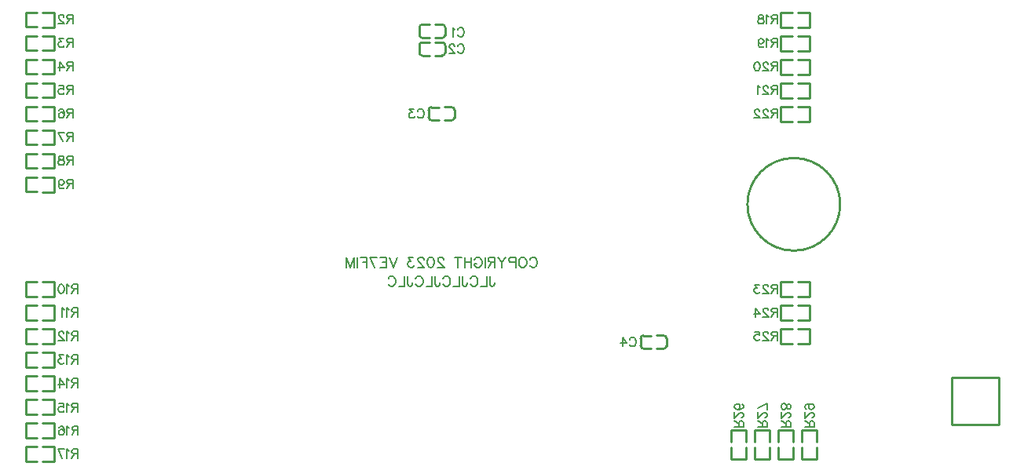
<source format=gbo>
G04 Layer: BottomSilkscreenLayer*
G04 EasyEDA v6.5.34, 2023-09-06 22:51:59*
G04 a86b413e394c4c25ad92b8d6a36629b7,5a6b42c53f6a479593ecc07194224c93,10*
G04 Gerber Generator version 0.2*
G04 Scale: 100 percent, Rotated: No, Reflected: No *
G04 Dimensions in millimeters *
G04 leading zeros omitted , absolute positions ,4 integer and 5 decimal *
%FSLAX45Y45*%
%MOMM*%

%ADD10C,0.1524*%
%ADD11C,0.1520*%
%ADD12C,0.2540*%

%LPD*%
D10*
X7605567Y2667462D02*
G01*
X7610764Y2677853D01*
X7621155Y2688244D01*
X7631544Y2693438D01*
X7652326Y2693438D01*
X7662717Y2688244D01*
X7673108Y2677853D01*
X7678305Y2667462D01*
X7683500Y2651874D01*
X7683500Y2625897D01*
X7678305Y2610312D01*
X7673108Y2599921D01*
X7662717Y2589529D01*
X7652326Y2584335D01*
X7631544Y2584335D01*
X7621155Y2589529D01*
X7610764Y2599921D01*
X7605567Y2610312D01*
X7540104Y2693438D02*
G01*
X7550495Y2688244D01*
X7560886Y2677853D01*
X7566083Y2667462D01*
X7571277Y2651874D01*
X7571277Y2625897D01*
X7566083Y2610312D01*
X7560886Y2599921D01*
X7550495Y2589529D01*
X7540104Y2584335D01*
X7519324Y2584335D01*
X7508933Y2589529D01*
X7498542Y2599921D01*
X7493345Y2610312D01*
X7488151Y2625897D01*
X7488151Y2651874D01*
X7493345Y2667462D01*
X7498542Y2677853D01*
X7508933Y2688244D01*
X7519324Y2693438D01*
X7540104Y2693438D01*
X7453861Y2693438D02*
G01*
X7453861Y2584335D01*
X7453861Y2693438D02*
G01*
X7407102Y2693438D01*
X7391514Y2688244D01*
X7386320Y2683047D01*
X7381125Y2672656D01*
X7381125Y2657071D01*
X7386320Y2646679D01*
X7391514Y2641485D01*
X7407102Y2636288D01*
X7453861Y2636288D01*
X7346835Y2693438D02*
G01*
X7305271Y2641485D01*
X7305271Y2584335D01*
X7263706Y2693438D02*
G01*
X7305271Y2641485D01*
X7229416Y2693438D02*
G01*
X7229416Y2584335D01*
X7229416Y2693438D02*
G01*
X7182657Y2693438D01*
X7167072Y2688244D01*
X7161875Y2683047D01*
X7156681Y2672656D01*
X7156681Y2662265D01*
X7161875Y2651874D01*
X7167072Y2646679D01*
X7182657Y2641485D01*
X7229416Y2641485D01*
X7193048Y2641485D02*
G01*
X7156681Y2584335D01*
X7122391Y2693438D02*
G01*
X7122391Y2584335D01*
X7010168Y2667462D02*
G01*
X7015365Y2677853D01*
X7025754Y2688244D01*
X7036145Y2693438D01*
X7056927Y2693438D01*
X7067318Y2688244D01*
X7077709Y2677853D01*
X7082904Y2667462D01*
X7088101Y2651874D01*
X7088101Y2625897D01*
X7082904Y2610312D01*
X7077709Y2599921D01*
X7067318Y2589529D01*
X7056927Y2584335D01*
X7036145Y2584335D01*
X7025754Y2589529D01*
X7015365Y2599921D01*
X7010168Y2610312D01*
X7010168Y2625897D01*
X7036145Y2625897D02*
G01*
X7010168Y2625897D01*
X6975878Y2693438D02*
G01*
X6975878Y2584335D01*
X6903143Y2693438D02*
G01*
X6903143Y2584335D01*
X6975878Y2641485D02*
G01*
X6903143Y2641485D01*
X6832485Y2693438D02*
G01*
X6832485Y2584335D01*
X6868853Y2693438D02*
G01*
X6796115Y2693438D01*
X6676621Y2667462D02*
G01*
X6676621Y2672656D01*
X6671424Y2683047D01*
X6666229Y2688244D01*
X6655838Y2693438D01*
X6635056Y2693438D01*
X6624665Y2688244D01*
X6619471Y2683047D01*
X6614274Y2672656D01*
X6614274Y2662265D01*
X6619471Y2651874D01*
X6629862Y2636288D01*
X6681815Y2584335D01*
X6609079Y2584335D01*
X6543616Y2693438D02*
G01*
X6559204Y2688244D01*
X6569595Y2672656D01*
X6574790Y2646679D01*
X6574790Y2631094D01*
X6569595Y2605115D01*
X6559204Y2589529D01*
X6543616Y2584335D01*
X6533225Y2584335D01*
X6517640Y2589529D01*
X6507248Y2605115D01*
X6502054Y2631094D01*
X6502054Y2646679D01*
X6507248Y2672656D01*
X6517640Y2688244D01*
X6533225Y2693438D01*
X6543616Y2693438D01*
X6462567Y2667462D02*
G01*
X6462567Y2672656D01*
X6457373Y2683047D01*
X6452176Y2688244D01*
X6441785Y2693438D01*
X6421005Y2693438D01*
X6410614Y2688244D01*
X6405417Y2683047D01*
X6400223Y2672656D01*
X6400223Y2662265D01*
X6405417Y2651874D01*
X6415808Y2636288D01*
X6467764Y2584335D01*
X6395026Y2584335D01*
X6350345Y2693438D02*
G01*
X6293195Y2693438D01*
X6324368Y2651874D01*
X6308783Y2651874D01*
X6298392Y2646679D01*
X6293195Y2641485D01*
X6288001Y2625897D01*
X6288001Y2615506D01*
X6293195Y2599921D01*
X6303586Y2589529D01*
X6319174Y2584335D01*
X6334759Y2584335D01*
X6350345Y2589529D01*
X6355542Y2594724D01*
X6360736Y2605115D01*
X6173701Y2693438D02*
G01*
X6132136Y2584335D01*
X6090574Y2693438D02*
G01*
X6132136Y2584335D01*
X6056284Y2693438D02*
G01*
X6056284Y2584335D01*
X6056284Y2693438D02*
G01*
X5988743Y2693438D01*
X6056284Y2641485D02*
G01*
X6014720Y2641485D01*
X6056284Y2584335D02*
G01*
X5988743Y2584335D01*
X5881715Y2693438D02*
G01*
X5933671Y2584335D01*
X5954453Y2693438D02*
G01*
X5881715Y2693438D01*
X5847425Y2693438D02*
G01*
X5847425Y2584335D01*
X5847425Y2693438D02*
G01*
X5779884Y2693438D01*
X5847425Y2641485D02*
G01*
X5805863Y2641485D01*
X5745594Y2693438D02*
G01*
X5745594Y2584335D01*
X5711304Y2693438D02*
G01*
X5711304Y2584335D01*
X5711304Y2693438D02*
G01*
X5669742Y2584335D01*
X5628177Y2693438D02*
G01*
X5669742Y2584335D01*
X5628177Y2693438D02*
G01*
X5628177Y2584335D01*
D11*
X7174334Y2490228D02*
G01*
X7174334Y2407102D01*
X7179530Y2391514D01*
X7184725Y2386319D01*
X7195116Y2381125D01*
X7205507Y2381125D01*
X7215898Y2386319D01*
X7221095Y2391514D01*
X7226289Y2407102D01*
X7226289Y2417493D01*
X7140044Y2490228D02*
G01*
X7140044Y2381125D01*
X7140044Y2381125D02*
G01*
X7077699Y2381125D01*
X6965477Y2464252D02*
G01*
X6970674Y2474643D01*
X6981065Y2485034D01*
X6991454Y2490228D01*
X7012236Y2490228D01*
X7022627Y2485034D01*
X7033018Y2474643D01*
X7038215Y2464252D01*
X7043409Y2448664D01*
X7043409Y2422687D01*
X7038215Y2407102D01*
X7033018Y2396710D01*
X7022627Y2386319D01*
X7012236Y2381125D01*
X6991454Y2381125D01*
X6981065Y2386319D01*
X6970674Y2396710D01*
X6965477Y2407102D01*
X6879234Y2490228D02*
G01*
X6879234Y2407102D01*
X6884428Y2391514D01*
X6889625Y2386319D01*
X6900014Y2381125D01*
X6910405Y2381125D01*
X6920796Y2386319D01*
X6925993Y2391514D01*
X6931187Y2407102D01*
X6931187Y2417493D01*
X6844944Y2490228D02*
G01*
X6844944Y2381125D01*
X6844944Y2381125D02*
G01*
X6782597Y2381125D01*
X6670375Y2464252D02*
G01*
X6675572Y2474643D01*
X6685963Y2485034D01*
X6696354Y2490228D01*
X6717134Y2490228D01*
X6727525Y2485034D01*
X6737916Y2474643D01*
X6743113Y2464252D01*
X6748307Y2448664D01*
X6748307Y2422687D01*
X6743113Y2407102D01*
X6737916Y2396710D01*
X6727525Y2386319D01*
X6717134Y2381125D01*
X6696354Y2381125D01*
X6685963Y2386319D01*
X6675572Y2396710D01*
X6670375Y2407102D01*
X6584132Y2490228D02*
G01*
X6584132Y2407102D01*
X6589326Y2391514D01*
X6594523Y2386319D01*
X6604914Y2381125D01*
X6615305Y2381125D01*
X6625694Y2386319D01*
X6630890Y2391514D01*
X6636085Y2407102D01*
X6636085Y2417493D01*
X6549842Y2490228D02*
G01*
X6549842Y2381125D01*
X6549842Y2381125D02*
G01*
X6487495Y2381125D01*
X6375275Y2464252D02*
G01*
X6380469Y2474643D01*
X6390860Y2485034D01*
X6401252Y2490228D01*
X6422034Y2490228D01*
X6432425Y2485034D01*
X6442814Y2474643D01*
X6448010Y2464252D01*
X6453205Y2448664D01*
X6453205Y2422687D01*
X6448010Y2407102D01*
X6442814Y2396710D01*
X6432425Y2386319D01*
X6422034Y2381125D01*
X6401252Y2381125D01*
X6390860Y2386319D01*
X6380469Y2396710D01*
X6375275Y2407102D01*
X6289029Y2490228D02*
G01*
X6289029Y2407102D01*
X6294224Y2391514D01*
X6299420Y2386319D01*
X6309812Y2381125D01*
X6320203Y2381125D01*
X6330594Y2386319D01*
X6335788Y2391514D01*
X6340985Y2407102D01*
X6340985Y2417493D01*
X6254739Y2490228D02*
G01*
X6254739Y2381125D01*
X6254739Y2381125D02*
G01*
X6192395Y2381125D01*
X6080173Y2464252D02*
G01*
X6085367Y2474643D01*
X6095758Y2485034D01*
X6106149Y2490228D01*
X6126932Y2490228D01*
X6137323Y2485034D01*
X6147714Y2474643D01*
X6152908Y2464252D01*
X6158105Y2448664D01*
X6158105Y2422687D01*
X6152908Y2407102D01*
X6147714Y2396710D01*
X6137323Y2386319D01*
X6126932Y2381125D01*
X6106149Y2381125D01*
X6095758Y2386319D01*
X6085367Y2396710D01*
X6080173Y2407102D01*
D10*
X6827918Y5145481D02*
G01*
X6832462Y5154571D01*
X6841553Y5163662D01*
X6850646Y5168209D01*
X6868828Y5168209D01*
X6877918Y5163662D01*
X6887009Y5154571D01*
X6891553Y5145481D01*
X6896100Y5131846D01*
X6896100Y5109118D01*
X6891553Y5095481D01*
X6887009Y5086390D01*
X6877918Y5077299D01*
X6868828Y5072753D01*
X6850646Y5072753D01*
X6841553Y5077299D01*
X6832462Y5086390D01*
X6827918Y5095481D01*
X6797918Y5150027D02*
G01*
X6788828Y5154571D01*
X6775190Y5168209D01*
X6775190Y5072753D01*
X6827918Y4967681D02*
G01*
X6832462Y4976771D01*
X6841553Y4985862D01*
X6850646Y4990409D01*
X6868828Y4990409D01*
X6877918Y4985862D01*
X6887009Y4976771D01*
X6891553Y4967681D01*
X6896100Y4954046D01*
X6896100Y4931318D01*
X6891553Y4917681D01*
X6887009Y4908590D01*
X6877918Y4899499D01*
X6868828Y4894953D01*
X6850646Y4894953D01*
X6841553Y4899499D01*
X6832462Y4908590D01*
X6827918Y4917681D01*
X6793372Y4967681D02*
G01*
X6793372Y4972227D01*
X6788828Y4981318D01*
X6784281Y4985862D01*
X6775190Y4990409D01*
X6757009Y4990409D01*
X6747918Y4985862D01*
X6743372Y4981318D01*
X6738828Y4972227D01*
X6738828Y4963137D01*
X6743372Y4954046D01*
X6752463Y4940409D01*
X6797918Y4894953D01*
X6734281Y4894953D01*
X6396118Y4269181D02*
G01*
X6400662Y4278271D01*
X6409753Y4287362D01*
X6418846Y4291909D01*
X6437028Y4291909D01*
X6446118Y4287362D01*
X6455209Y4278271D01*
X6459753Y4269181D01*
X6464300Y4255546D01*
X6464300Y4232818D01*
X6459753Y4219181D01*
X6455209Y4210090D01*
X6446118Y4200999D01*
X6437028Y4196453D01*
X6418846Y4196453D01*
X6409753Y4200999D01*
X6400662Y4210090D01*
X6396118Y4219181D01*
X6357028Y4291909D02*
G01*
X6307028Y4291909D01*
X6334300Y4255546D01*
X6320663Y4255546D01*
X6311572Y4250999D01*
X6307028Y4246453D01*
X6302481Y4232818D01*
X6302481Y4223727D01*
X6307028Y4210090D01*
X6316118Y4200999D01*
X6329753Y4196453D01*
X6343390Y4196453D01*
X6357028Y4200999D01*
X6361572Y4205546D01*
X6366118Y4214637D01*
X8682118Y1805381D02*
G01*
X8686662Y1814471D01*
X8695753Y1823562D01*
X8704846Y1828109D01*
X8723028Y1828109D01*
X8732118Y1823562D01*
X8741209Y1814471D01*
X8745753Y1805381D01*
X8750300Y1791746D01*
X8750300Y1769018D01*
X8745753Y1755381D01*
X8741209Y1746290D01*
X8732118Y1737199D01*
X8723028Y1732653D01*
X8704846Y1732653D01*
X8695753Y1737199D01*
X8686662Y1746290D01*
X8682118Y1755381D01*
X8606663Y1828109D02*
G01*
X8652118Y1764471D01*
X8583937Y1764471D01*
X8606663Y1828109D02*
G01*
X8606663Y1732653D01*
X9907214Y863600D02*
G01*
X9811758Y863600D01*
X9907214Y863600D02*
G01*
X9907214Y904509D01*
X9902667Y918146D01*
X9898123Y922690D01*
X9889032Y927237D01*
X9879942Y927237D01*
X9870851Y922690D01*
X9866304Y918146D01*
X9861758Y904509D01*
X9861758Y863600D01*
X9861758Y895418D02*
G01*
X9811758Y927237D01*
X9884486Y961781D02*
G01*
X9889032Y961781D01*
X9898123Y966327D01*
X9902667Y970871D01*
X9907214Y979962D01*
X9907214Y998146D01*
X9902667Y1007237D01*
X9898123Y1011781D01*
X9889032Y1016327D01*
X9879942Y1016327D01*
X9870851Y1011781D01*
X9857214Y1002690D01*
X9811758Y957237D01*
X9811758Y1020871D01*
X9893576Y1105418D02*
G01*
X9902667Y1100871D01*
X9907214Y1087236D01*
X9907214Y1078146D01*
X9902667Y1064508D01*
X9889032Y1055418D01*
X9866304Y1050871D01*
X9843576Y1050871D01*
X9825395Y1055418D01*
X9816304Y1064508D01*
X9811758Y1078146D01*
X9811758Y1082690D01*
X9816304Y1096327D01*
X9825395Y1105418D01*
X9839032Y1109962D01*
X9843576Y1109962D01*
X9857214Y1105418D01*
X9866304Y1096327D01*
X9870851Y1082690D01*
X9870851Y1078146D01*
X9866304Y1064508D01*
X9857214Y1055418D01*
X9843576Y1050871D01*
X10161214Y863600D02*
G01*
X10065758Y863600D01*
X10161214Y863600D02*
G01*
X10161214Y904509D01*
X10156667Y918146D01*
X10152123Y922690D01*
X10143032Y927237D01*
X10133942Y927237D01*
X10124851Y922690D01*
X10120304Y918146D01*
X10115758Y904509D01*
X10115758Y863600D01*
X10115758Y895418D02*
G01*
X10065758Y927237D01*
X10138486Y961781D02*
G01*
X10143032Y961781D01*
X10152123Y966327D01*
X10156667Y970871D01*
X10161214Y979962D01*
X10161214Y998146D01*
X10156667Y1007237D01*
X10152123Y1011781D01*
X10143032Y1016327D01*
X10133942Y1016327D01*
X10124851Y1011781D01*
X10111214Y1002690D01*
X10065758Y957237D01*
X10065758Y1020871D01*
X10161214Y1114508D02*
G01*
X10065758Y1069052D01*
X10161214Y1050871D02*
G01*
X10161214Y1114508D01*
X10415214Y863600D02*
G01*
X10319758Y863600D01*
X10415214Y863600D02*
G01*
X10415214Y904509D01*
X10410667Y918146D01*
X10406123Y922690D01*
X10397032Y927237D01*
X10387942Y927237D01*
X10378851Y922690D01*
X10374304Y918146D01*
X10369758Y904509D01*
X10369758Y863600D01*
X10369758Y895418D02*
G01*
X10319758Y927237D01*
X10392486Y961781D02*
G01*
X10397032Y961781D01*
X10406123Y966327D01*
X10410667Y970871D01*
X10415214Y979962D01*
X10415214Y998146D01*
X10410667Y1007237D01*
X10406123Y1011781D01*
X10397032Y1016327D01*
X10387942Y1016327D01*
X10378851Y1011781D01*
X10365214Y1002690D01*
X10319758Y957237D01*
X10319758Y1020871D01*
X10415214Y1073599D02*
G01*
X10410667Y1059962D01*
X10401576Y1055418D01*
X10392486Y1055418D01*
X10383395Y1059962D01*
X10378851Y1069052D01*
X10374304Y1087236D01*
X10369758Y1100871D01*
X10360667Y1109962D01*
X10351576Y1114508D01*
X10337942Y1114508D01*
X10328851Y1109962D01*
X10324304Y1105418D01*
X10319758Y1091780D01*
X10319758Y1073599D01*
X10324304Y1059962D01*
X10328851Y1055418D01*
X10337942Y1050871D01*
X10351576Y1050871D01*
X10360667Y1055418D01*
X10369758Y1064508D01*
X10374304Y1078146D01*
X10378851Y1096327D01*
X10383395Y1105418D01*
X10392486Y1109962D01*
X10401576Y1109962D01*
X10410667Y1105418D01*
X10415214Y1091780D01*
X10415214Y1073599D01*
X10669214Y863600D02*
G01*
X10573758Y863600D01*
X10669214Y863600D02*
G01*
X10669214Y904509D01*
X10664667Y918146D01*
X10660123Y922690D01*
X10651032Y927237D01*
X10641942Y927237D01*
X10632851Y922690D01*
X10628304Y918146D01*
X10623758Y904509D01*
X10623758Y863600D01*
X10623758Y895418D02*
G01*
X10573758Y927237D01*
X10646486Y961781D02*
G01*
X10651032Y961781D01*
X10660123Y966327D01*
X10664667Y970871D01*
X10669214Y979962D01*
X10669214Y998146D01*
X10664667Y1007237D01*
X10660123Y1011781D01*
X10651032Y1016327D01*
X10641942Y1016327D01*
X10632851Y1011781D01*
X10619214Y1002690D01*
X10573758Y957237D01*
X10573758Y1020871D01*
X10637395Y1109962D02*
G01*
X10623758Y1105418D01*
X10614667Y1096327D01*
X10610123Y1082690D01*
X10610123Y1078146D01*
X10614667Y1064508D01*
X10623758Y1055418D01*
X10637395Y1050871D01*
X10641942Y1050871D01*
X10655576Y1055418D01*
X10664667Y1064508D01*
X10669214Y1078146D01*
X10669214Y1082690D01*
X10664667Y1096327D01*
X10655576Y1105418D01*
X10637395Y1109962D01*
X10614667Y1109962D01*
X10591942Y1105418D01*
X10578304Y1096327D01*
X10573758Y1082690D01*
X10573758Y1073599D01*
X10578304Y1059962D01*
X10587395Y1055418D01*
X2679694Y3783911D02*
G01*
X2679694Y3688455D01*
X2679694Y3783911D02*
G01*
X2638785Y3783911D01*
X2625148Y3779365D01*
X2620604Y3774820D01*
X2616057Y3765730D01*
X2616057Y3756639D01*
X2620604Y3747549D01*
X2625148Y3743002D01*
X2638785Y3738455D01*
X2679694Y3738455D01*
X2647876Y3738455D02*
G01*
X2616057Y3688455D01*
X2563332Y3783911D02*
G01*
X2576967Y3779365D01*
X2581513Y3770274D01*
X2581513Y3761183D01*
X2576967Y3752093D01*
X2567876Y3747549D01*
X2549695Y3743002D01*
X2536057Y3738455D01*
X2526967Y3729365D01*
X2522423Y3720274D01*
X2522423Y3706639D01*
X2526967Y3697549D01*
X2531513Y3693002D01*
X2545148Y3688455D01*
X2563332Y3688455D01*
X2576967Y3693002D01*
X2581513Y3697549D01*
X2586057Y3706639D01*
X2586057Y3720274D01*
X2581513Y3729365D01*
X2572423Y3738455D01*
X2558785Y3743002D01*
X2540604Y3747549D01*
X2531513Y3752093D01*
X2526967Y3761183D01*
X2526967Y3770274D01*
X2531513Y3779365D01*
X2545148Y3783911D01*
X2563332Y3783911D01*
X2679694Y5053909D02*
G01*
X2679694Y4958453D01*
X2679694Y5053909D02*
G01*
X2638785Y5053909D01*
X2625148Y5049362D01*
X2620604Y5044818D01*
X2616057Y5035727D01*
X2616057Y5026637D01*
X2620604Y5017546D01*
X2625148Y5012999D01*
X2638785Y5008453D01*
X2679694Y5008453D01*
X2647876Y5008453D02*
G01*
X2616057Y4958453D01*
X2576967Y5053909D02*
G01*
X2526967Y5053909D01*
X2554241Y5017546D01*
X2540604Y5017546D01*
X2531513Y5012999D01*
X2526967Y5008453D01*
X2522423Y4994818D01*
X2522423Y4985727D01*
X2526967Y4972090D01*
X2536057Y4962999D01*
X2549695Y4958453D01*
X2563332Y4958453D01*
X2576967Y4962999D01*
X2581513Y4967546D01*
X2586057Y4976637D01*
X2679684Y5307909D02*
G01*
X2679684Y5212453D01*
X2679684Y5307909D02*
G01*
X2638775Y5307909D01*
X2625138Y5303362D01*
X2620594Y5298818D01*
X2616047Y5289727D01*
X2616047Y5280637D01*
X2620594Y5271546D01*
X2625138Y5266999D01*
X2638775Y5262453D01*
X2679684Y5262453D01*
X2647866Y5262453D02*
G01*
X2616047Y5212453D01*
X2581503Y5285181D02*
G01*
X2581503Y5289727D01*
X2576956Y5298818D01*
X2572412Y5303362D01*
X2563322Y5307909D01*
X2545138Y5307909D01*
X2536047Y5303362D01*
X2531503Y5298818D01*
X2526957Y5289727D01*
X2526957Y5280637D01*
X2531503Y5271546D01*
X2540594Y5257909D01*
X2586047Y5212453D01*
X2522413Y5212453D01*
X2679694Y4799909D02*
G01*
X2679694Y4704453D01*
X2679694Y4799909D02*
G01*
X2638785Y4799909D01*
X2625148Y4795362D01*
X2620604Y4790818D01*
X2616057Y4781727D01*
X2616057Y4772637D01*
X2620604Y4763546D01*
X2625148Y4758999D01*
X2638785Y4754453D01*
X2679694Y4754453D01*
X2647876Y4754453D02*
G01*
X2616057Y4704453D01*
X2540604Y4799909D02*
G01*
X2586057Y4736271D01*
X2517876Y4736271D01*
X2540604Y4799909D02*
G01*
X2540604Y4704453D01*
X2679694Y4545904D02*
G01*
X2679694Y4450448D01*
X2679694Y4545904D02*
G01*
X2638785Y4545904D01*
X2625148Y4541357D01*
X2620604Y4536813D01*
X2616057Y4527722D01*
X2616057Y4518632D01*
X2620604Y4509541D01*
X2625148Y4504994D01*
X2638785Y4500448D01*
X2679694Y4500448D01*
X2647876Y4500448D02*
G01*
X2616057Y4450448D01*
X2531513Y4545904D02*
G01*
X2576967Y4545904D01*
X2581513Y4504994D01*
X2576967Y4509541D01*
X2563332Y4514085D01*
X2549695Y4514085D01*
X2536057Y4509541D01*
X2526967Y4500448D01*
X2522423Y4486813D01*
X2522423Y4477722D01*
X2526967Y4464085D01*
X2536057Y4454994D01*
X2549695Y4450448D01*
X2563332Y4450448D01*
X2576967Y4454994D01*
X2581513Y4459541D01*
X2586057Y4468632D01*
X2679694Y4291906D02*
G01*
X2679694Y4196450D01*
X2679694Y4291906D02*
G01*
X2638785Y4291906D01*
X2625148Y4287359D01*
X2620604Y4282815D01*
X2616057Y4273725D01*
X2616057Y4264634D01*
X2620604Y4255543D01*
X2625148Y4250997D01*
X2638785Y4246450D01*
X2679694Y4246450D01*
X2647876Y4246450D02*
G01*
X2616057Y4196450D01*
X2531513Y4278269D02*
G01*
X2536057Y4287359D01*
X2549695Y4291906D01*
X2558785Y4291906D01*
X2572423Y4287359D01*
X2581513Y4273725D01*
X2586057Y4250997D01*
X2586057Y4228269D01*
X2581513Y4210088D01*
X2572423Y4200997D01*
X2558785Y4196450D01*
X2554241Y4196450D01*
X2540604Y4200997D01*
X2531513Y4210088D01*
X2526967Y4223725D01*
X2526967Y4228269D01*
X2531513Y4241906D01*
X2540604Y4250997D01*
X2554241Y4255543D01*
X2558785Y4255543D01*
X2572423Y4250997D01*
X2581513Y4241906D01*
X2586057Y4228269D01*
X2679694Y4037906D02*
G01*
X2679694Y3942450D01*
X2679694Y4037906D02*
G01*
X2638785Y4037906D01*
X2625148Y4033359D01*
X2620604Y4028815D01*
X2616057Y4019725D01*
X2616057Y4010634D01*
X2620604Y4001543D01*
X2625148Y3996997D01*
X2638785Y3992450D01*
X2679694Y3992450D01*
X2647876Y3992450D02*
G01*
X2616057Y3942450D01*
X2522423Y4037906D02*
G01*
X2567876Y3942450D01*
X2586057Y4037906D02*
G01*
X2522423Y4037906D01*
X2679684Y3529911D02*
G01*
X2679684Y3434455D01*
X2679684Y3529911D02*
G01*
X2638775Y3529911D01*
X2625138Y3525365D01*
X2620594Y3520820D01*
X2616047Y3511730D01*
X2616047Y3502639D01*
X2620594Y3493549D01*
X2625138Y3489002D01*
X2638775Y3484455D01*
X2679684Y3484455D01*
X2647866Y3484455D02*
G01*
X2616047Y3434455D01*
X2526957Y3498093D02*
G01*
X2531503Y3484455D01*
X2540594Y3475365D01*
X2554231Y3470821D01*
X2558775Y3470821D01*
X2572412Y3475365D01*
X2581503Y3484455D01*
X2586047Y3498093D01*
X2586047Y3502639D01*
X2581503Y3516274D01*
X2572412Y3525365D01*
X2558775Y3529911D01*
X2554231Y3529911D01*
X2540594Y3525365D01*
X2531503Y3516274D01*
X2526957Y3498093D01*
X2526957Y3475365D01*
X2531503Y3452639D01*
X2540594Y3439002D01*
X2554231Y3434455D01*
X2563322Y3434455D01*
X2576956Y3439002D01*
X2581503Y3448093D01*
X2730484Y621604D02*
G01*
X2730484Y526148D01*
X2730484Y621604D02*
G01*
X2689575Y621604D01*
X2675938Y617057D01*
X2671394Y612513D01*
X2666847Y603422D01*
X2666847Y594332D01*
X2671394Y585241D01*
X2675938Y580694D01*
X2689575Y576148D01*
X2730484Y576148D01*
X2698666Y576148D02*
G01*
X2666847Y526148D01*
X2636847Y603422D02*
G01*
X2627756Y607966D01*
X2614122Y621604D01*
X2614122Y526148D01*
X2520485Y621604D02*
G01*
X2565938Y526148D01*
X2584122Y621604D02*
G01*
X2520485Y621604D01*
X2730494Y1116916D02*
G01*
X2730494Y1021461D01*
X2730494Y1116916D02*
G01*
X2689585Y1116916D01*
X2675948Y1112370D01*
X2671404Y1107826D01*
X2666857Y1098735D01*
X2666857Y1089644D01*
X2671404Y1080554D01*
X2675948Y1076007D01*
X2689585Y1071460D01*
X2730494Y1071460D01*
X2698676Y1071460D02*
G01*
X2666857Y1021461D01*
X2636857Y1098735D02*
G01*
X2627767Y1103279D01*
X2614132Y1116916D01*
X2614132Y1021461D01*
X2529586Y1116916D02*
G01*
X2575041Y1116916D01*
X2579585Y1076007D01*
X2575041Y1080554D01*
X2561404Y1085098D01*
X2547767Y1085098D01*
X2534132Y1080554D01*
X2525041Y1071460D01*
X2520495Y1057826D01*
X2520495Y1048735D01*
X2525041Y1035098D01*
X2534132Y1026007D01*
X2547767Y1021461D01*
X2561404Y1021461D01*
X2575041Y1026007D01*
X2579585Y1030554D01*
X2584132Y1039644D01*
X2730494Y1383616D02*
G01*
X2730494Y1288161D01*
X2730494Y1383616D02*
G01*
X2689585Y1383616D01*
X2675948Y1379070D01*
X2671404Y1374526D01*
X2666857Y1365435D01*
X2666857Y1356344D01*
X2671404Y1347254D01*
X2675948Y1342707D01*
X2689585Y1338160D01*
X2730494Y1338160D01*
X2698676Y1338160D02*
G01*
X2666857Y1288161D01*
X2636857Y1365435D02*
G01*
X2627767Y1369979D01*
X2614132Y1383616D01*
X2614132Y1288161D01*
X2538676Y1383616D02*
G01*
X2584132Y1319979D01*
X2515948Y1319979D01*
X2538676Y1383616D02*
G01*
X2538676Y1288161D01*
X2730494Y1637616D02*
G01*
X2730494Y1542161D01*
X2730494Y1637616D02*
G01*
X2689585Y1637616D01*
X2675948Y1633070D01*
X2671404Y1628526D01*
X2666857Y1619435D01*
X2666857Y1610344D01*
X2671404Y1601254D01*
X2675948Y1596707D01*
X2689585Y1592160D01*
X2730494Y1592160D01*
X2698676Y1592160D02*
G01*
X2666857Y1542161D01*
X2636857Y1619435D02*
G01*
X2627767Y1623979D01*
X2614132Y1637616D01*
X2614132Y1542161D01*
X2575041Y1637616D02*
G01*
X2525041Y1637616D01*
X2552313Y1601254D01*
X2538676Y1601254D01*
X2529586Y1596707D01*
X2525041Y1592160D01*
X2520495Y1578526D01*
X2520495Y1569435D01*
X2525041Y1555798D01*
X2534132Y1546707D01*
X2547767Y1542161D01*
X2561404Y1542161D01*
X2575041Y1546707D01*
X2579585Y1551254D01*
X2584132Y1560344D01*
X2730494Y1891596D02*
G01*
X2730494Y1796140D01*
X2730494Y1891596D02*
G01*
X2689585Y1891596D01*
X2675948Y1887049D01*
X2671404Y1882505D01*
X2666857Y1873415D01*
X2666857Y1864324D01*
X2671404Y1855233D01*
X2675948Y1850687D01*
X2689585Y1846140D01*
X2730494Y1846140D01*
X2698676Y1846140D02*
G01*
X2666857Y1796140D01*
X2636857Y1873415D02*
G01*
X2627767Y1877959D01*
X2614132Y1891596D01*
X2614132Y1796140D01*
X2579585Y1868868D02*
G01*
X2579585Y1873415D01*
X2575041Y1882505D01*
X2570495Y1887049D01*
X2561404Y1891596D01*
X2543223Y1891596D01*
X2534132Y1887049D01*
X2529586Y1882505D01*
X2525041Y1873415D01*
X2525041Y1864324D01*
X2529586Y1855233D01*
X2538676Y1841596D01*
X2584132Y1796140D01*
X2520495Y1796140D01*
X2730484Y2399598D02*
G01*
X2730484Y2304143D01*
X2730484Y2399598D02*
G01*
X2689575Y2399598D01*
X2675938Y2395052D01*
X2671394Y2390508D01*
X2666847Y2381417D01*
X2666847Y2372326D01*
X2671394Y2363236D01*
X2675938Y2358689D01*
X2689575Y2354143D01*
X2730484Y2354143D01*
X2698666Y2354143D02*
G01*
X2666847Y2304143D01*
X2636847Y2381417D02*
G01*
X2627756Y2385961D01*
X2614122Y2399598D01*
X2614122Y2304143D01*
X2556847Y2399598D02*
G01*
X2570485Y2395052D01*
X2579575Y2381417D01*
X2584122Y2358689D01*
X2584122Y2345052D01*
X2579575Y2322327D01*
X2570485Y2308689D01*
X2556847Y2304143D01*
X2547757Y2304143D01*
X2534122Y2308689D01*
X2525031Y2322327D01*
X2520485Y2345052D01*
X2520485Y2358689D01*
X2525031Y2381417D01*
X2534122Y2395052D01*
X2547757Y2399598D01*
X2556847Y2399598D01*
X2730494Y2145593D02*
G01*
X2730494Y2050138D01*
X2730494Y2145593D02*
G01*
X2689585Y2145593D01*
X2675948Y2141047D01*
X2671404Y2136503D01*
X2666857Y2127412D01*
X2666857Y2118321D01*
X2671404Y2109231D01*
X2675948Y2104684D01*
X2689585Y2100138D01*
X2730494Y2100138D01*
X2698676Y2100138D02*
G01*
X2666857Y2050138D01*
X2636857Y2127412D02*
G01*
X2627767Y2131956D01*
X2614132Y2145593D01*
X2614132Y2050138D01*
X2584132Y2127412D02*
G01*
X2575041Y2131956D01*
X2561404Y2145593D01*
X2561404Y2050138D01*
X2732740Y870877D02*
G01*
X2732740Y775421D01*
X2732740Y870877D02*
G01*
X2691831Y870877D01*
X2678193Y866330D01*
X2673649Y861786D01*
X2669103Y852695D01*
X2669103Y843605D01*
X2673649Y834514D01*
X2678193Y829967D01*
X2691831Y825421D01*
X2732740Y825421D01*
X2700921Y825421D02*
G01*
X2669103Y775421D01*
X2639103Y852695D02*
G01*
X2630012Y857239D01*
X2616377Y870877D01*
X2616377Y775421D01*
X2531831Y857239D02*
G01*
X2536377Y866330D01*
X2550012Y870877D01*
X2559103Y870877D01*
X2572740Y866330D01*
X2581831Y852695D01*
X2586377Y829967D01*
X2586377Y807239D01*
X2581831Y789058D01*
X2572740Y779967D01*
X2559103Y775421D01*
X2554559Y775421D01*
X2540922Y779967D01*
X2531831Y789058D01*
X2527287Y802695D01*
X2527287Y807239D01*
X2531831Y820877D01*
X2540922Y829967D01*
X2554559Y834514D01*
X2559103Y834514D01*
X2572740Y829967D01*
X2581831Y820877D01*
X2586377Y807239D01*
X10274274Y5307401D02*
G01*
X10274274Y5211945D01*
X10274274Y5307401D02*
G01*
X10233365Y5307401D01*
X10219728Y5302854D01*
X10215184Y5298310D01*
X10210637Y5289219D01*
X10210637Y5280129D01*
X10215184Y5271038D01*
X10219728Y5266491D01*
X10233365Y5261945D01*
X10274274Y5261945D01*
X10242456Y5261945D02*
G01*
X10210637Y5211945D01*
X10180637Y5289219D02*
G01*
X10171546Y5293763D01*
X10157912Y5307401D01*
X10157912Y5211945D01*
X10105184Y5307401D02*
G01*
X10118821Y5302854D01*
X10123365Y5293763D01*
X10123365Y5284673D01*
X10118821Y5275582D01*
X10109728Y5271038D01*
X10091547Y5266491D01*
X10077912Y5261945D01*
X10068821Y5252854D01*
X10064275Y5243763D01*
X10064275Y5230129D01*
X10068821Y5221038D01*
X10073365Y5216491D01*
X10087002Y5211945D01*
X10105184Y5211945D01*
X10118821Y5216491D01*
X10123365Y5221038D01*
X10127912Y5230129D01*
X10127912Y5243763D01*
X10123365Y5252854D01*
X10114274Y5261945D01*
X10100637Y5266491D01*
X10082456Y5271038D01*
X10073365Y5275582D01*
X10068821Y5284673D01*
X10068821Y5293763D01*
X10073365Y5302854D01*
X10087002Y5307401D01*
X10105184Y5307401D01*
X10274274Y5053401D02*
G01*
X10274274Y4957945D01*
X10274274Y5053401D02*
G01*
X10233365Y5053401D01*
X10219728Y5048854D01*
X10215184Y5044310D01*
X10210637Y5035219D01*
X10210637Y5026129D01*
X10215184Y5017038D01*
X10219728Y5012491D01*
X10233365Y5007945D01*
X10274274Y5007945D01*
X10242456Y5007945D02*
G01*
X10210637Y4957945D01*
X10180637Y5035219D02*
G01*
X10171546Y5039763D01*
X10157912Y5053401D01*
X10157912Y4957945D01*
X10068821Y5021582D02*
G01*
X10073365Y5007945D01*
X10082456Y4998854D01*
X10096093Y4994310D01*
X10100637Y4994310D01*
X10114274Y4998854D01*
X10123365Y5007945D01*
X10127912Y5021582D01*
X10127912Y5026129D01*
X10123365Y5039763D01*
X10114274Y5048854D01*
X10100637Y5053401D01*
X10096093Y5053401D01*
X10082456Y5048854D01*
X10073365Y5039763D01*
X10068821Y5021582D01*
X10068821Y4998854D01*
X10073365Y4976129D01*
X10082456Y4962491D01*
X10096093Y4957945D01*
X10105184Y4957945D01*
X10118821Y4962491D01*
X10123365Y4971582D01*
X10274274Y4799401D02*
G01*
X10274274Y4703945D01*
X10274274Y4799401D02*
G01*
X10233365Y4799401D01*
X10219728Y4794854D01*
X10215184Y4790310D01*
X10210637Y4781219D01*
X10210637Y4772129D01*
X10215184Y4763038D01*
X10219728Y4758491D01*
X10233365Y4753945D01*
X10274274Y4753945D01*
X10242456Y4753945D02*
G01*
X10210637Y4703945D01*
X10176093Y4776673D02*
G01*
X10176093Y4781219D01*
X10171546Y4790310D01*
X10167002Y4794854D01*
X10157912Y4799401D01*
X10139728Y4799401D01*
X10130637Y4794854D01*
X10126093Y4790310D01*
X10121546Y4781219D01*
X10121546Y4772129D01*
X10126093Y4763038D01*
X10135184Y4749401D01*
X10180637Y4703945D01*
X10117002Y4703945D01*
X10059728Y4799401D02*
G01*
X10073365Y4794854D01*
X10082456Y4781219D01*
X10087002Y4758491D01*
X10087002Y4744854D01*
X10082456Y4722129D01*
X10073365Y4708491D01*
X10059728Y4703945D01*
X10050637Y4703945D01*
X10037003Y4708491D01*
X10027912Y4722129D01*
X10023365Y4744854D01*
X10023365Y4758491D01*
X10027912Y4781219D01*
X10037003Y4794854D01*
X10050637Y4799401D01*
X10059728Y4799401D01*
X10274274Y4545401D02*
G01*
X10274274Y4449945D01*
X10274274Y4545401D02*
G01*
X10233365Y4545401D01*
X10219728Y4540854D01*
X10215184Y4536310D01*
X10210637Y4527219D01*
X10210637Y4518129D01*
X10215184Y4509038D01*
X10219728Y4504491D01*
X10233365Y4499945D01*
X10274274Y4499945D01*
X10242456Y4499945D02*
G01*
X10210637Y4449945D01*
X10176093Y4522673D02*
G01*
X10176093Y4527219D01*
X10171546Y4536310D01*
X10167002Y4540854D01*
X10157912Y4545401D01*
X10139728Y4545401D01*
X10130637Y4540854D01*
X10126093Y4536310D01*
X10121546Y4527219D01*
X10121546Y4518129D01*
X10126093Y4509038D01*
X10135184Y4495401D01*
X10180637Y4449945D01*
X10117002Y4449945D01*
X10087002Y4527219D02*
G01*
X10077912Y4531763D01*
X10064275Y4545401D01*
X10064275Y4449945D01*
X10274274Y4291401D02*
G01*
X10274274Y4195945D01*
X10274274Y4291401D02*
G01*
X10233365Y4291401D01*
X10219728Y4286854D01*
X10215184Y4282310D01*
X10210637Y4273219D01*
X10210637Y4264129D01*
X10215184Y4255038D01*
X10219728Y4250491D01*
X10233365Y4245945D01*
X10274274Y4245945D01*
X10242456Y4245945D02*
G01*
X10210637Y4195945D01*
X10176093Y4268673D02*
G01*
X10176093Y4273219D01*
X10171546Y4282310D01*
X10167002Y4286854D01*
X10157912Y4291401D01*
X10139728Y4291401D01*
X10130637Y4286854D01*
X10126093Y4282310D01*
X10121546Y4273219D01*
X10121546Y4264129D01*
X10126093Y4255038D01*
X10135184Y4241401D01*
X10180637Y4195945D01*
X10117002Y4195945D01*
X10082456Y4268673D02*
G01*
X10082456Y4273219D01*
X10077912Y4282310D01*
X10073365Y4286854D01*
X10064275Y4291401D01*
X10046093Y4291401D01*
X10037003Y4286854D01*
X10032456Y4282310D01*
X10027912Y4273219D01*
X10027912Y4264129D01*
X10032456Y4255038D01*
X10041547Y4241401D01*
X10087002Y4195945D01*
X10023365Y4195945D01*
X10274274Y1891101D02*
G01*
X10274274Y1795645D01*
X10274274Y1891101D02*
G01*
X10233365Y1891101D01*
X10219728Y1886554D01*
X10215184Y1882010D01*
X10210637Y1872919D01*
X10210637Y1863829D01*
X10215184Y1854738D01*
X10219728Y1850191D01*
X10233365Y1845645D01*
X10274274Y1845645D01*
X10242456Y1845645D02*
G01*
X10210637Y1795645D01*
X10176093Y1868373D02*
G01*
X10176093Y1872919D01*
X10171546Y1882010D01*
X10167002Y1886554D01*
X10157912Y1891101D01*
X10139728Y1891101D01*
X10130637Y1886554D01*
X10126093Y1882010D01*
X10121546Y1872919D01*
X10121546Y1863829D01*
X10126093Y1854738D01*
X10135184Y1841101D01*
X10180637Y1795645D01*
X10117002Y1795645D01*
X10032456Y1891101D02*
G01*
X10077912Y1891101D01*
X10082456Y1850191D01*
X10077912Y1854738D01*
X10064275Y1859282D01*
X10050637Y1859282D01*
X10037003Y1854738D01*
X10027912Y1845645D01*
X10023365Y1832010D01*
X10023365Y1822919D01*
X10027912Y1809282D01*
X10037003Y1800191D01*
X10050637Y1795645D01*
X10064275Y1795645D01*
X10077912Y1800191D01*
X10082456Y1804738D01*
X10087002Y1813829D01*
X10274274Y2145101D02*
G01*
X10274274Y2049645D01*
X10274274Y2145101D02*
G01*
X10233365Y2145101D01*
X10219728Y2140554D01*
X10215184Y2136010D01*
X10210637Y2126919D01*
X10210637Y2117829D01*
X10215184Y2108738D01*
X10219728Y2104191D01*
X10233365Y2099645D01*
X10274274Y2099645D01*
X10242456Y2099645D02*
G01*
X10210637Y2049645D01*
X10176093Y2122373D02*
G01*
X10176093Y2126919D01*
X10171546Y2136010D01*
X10167002Y2140554D01*
X10157912Y2145101D01*
X10139728Y2145101D01*
X10130637Y2140554D01*
X10126093Y2136010D01*
X10121546Y2126919D01*
X10121546Y2117829D01*
X10126093Y2108738D01*
X10135184Y2095101D01*
X10180637Y2049645D01*
X10117002Y2049645D01*
X10041547Y2145101D02*
G01*
X10087002Y2081463D01*
X10018821Y2081463D01*
X10041547Y2145101D02*
G01*
X10041547Y2049645D01*
X10274274Y2399101D02*
G01*
X10274274Y2303645D01*
X10274274Y2399101D02*
G01*
X10233365Y2399101D01*
X10219728Y2394554D01*
X10215184Y2390010D01*
X10210637Y2380919D01*
X10210637Y2371829D01*
X10215184Y2362738D01*
X10219728Y2358191D01*
X10233365Y2353645D01*
X10274274Y2353645D01*
X10242456Y2353645D02*
G01*
X10210637Y2303645D01*
X10176093Y2376373D02*
G01*
X10176093Y2380919D01*
X10171546Y2390010D01*
X10167002Y2394554D01*
X10157912Y2399101D01*
X10139728Y2399101D01*
X10130637Y2394554D01*
X10126093Y2390010D01*
X10121546Y2380919D01*
X10121546Y2371829D01*
X10126093Y2362738D01*
X10135184Y2349101D01*
X10180637Y2303645D01*
X10117002Y2303645D01*
X10077912Y2399101D02*
G01*
X10027912Y2399101D01*
X10055184Y2362738D01*
X10041547Y2362738D01*
X10032456Y2358191D01*
X10027912Y2353645D01*
X10023365Y2340010D01*
X10023365Y2330919D01*
X10027912Y2317282D01*
X10037003Y2308191D01*
X10050637Y2303645D01*
X10064275Y2303645D01*
X10077912Y2308191D01*
X10082456Y2312738D01*
X10087002Y2321829D01*
D12*
X6414198Y5170777D02*
G01*
X6414198Y5090774D01*
X6525173Y5201762D02*
G01*
X6445176Y5201762D01*
X6525173Y5059796D02*
G01*
X6445176Y5059796D01*
X6582763Y5202344D02*
G01*
X6662760Y5202344D01*
X6693745Y5171361D02*
G01*
X6693745Y5091363D01*
X6582763Y5060383D02*
G01*
X6662760Y5060383D01*
X6414198Y4980277D02*
G01*
X6414198Y4900274D01*
X6525173Y5011262D02*
G01*
X6445176Y5011262D01*
X6525173Y4869296D02*
G01*
X6445176Y4869296D01*
X6582763Y5011844D02*
G01*
X6662760Y5011844D01*
X6693745Y4980861D02*
G01*
X6693745Y4900863D01*
X6582763Y4869883D02*
G01*
X6662760Y4869883D01*
X6793801Y4201822D02*
G01*
X6793801Y4281825D01*
X6682826Y4170837D02*
G01*
X6762823Y4170837D01*
X6682826Y4312803D02*
G01*
X6762823Y4312803D01*
X6625236Y4170255D02*
G01*
X6545239Y4170255D01*
X6514254Y4201238D02*
G01*
X6514254Y4281236D01*
X6625236Y4312216D02*
G01*
X6545239Y4312216D01*
X9079801Y1738022D02*
G01*
X9079801Y1818025D01*
X8968826Y1707037D02*
G01*
X9048823Y1707037D01*
X8968826Y1849003D02*
G01*
X9048823Y1849003D01*
X8911236Y1706455D02*
G01*
X8831239Y1706455D01*
X8800254Y1737438D02*
G01*
X8800254Y1817436D01*
X8911236Y1848416D02*
G01*
X8831239Y1848416D01*
X9774687Y518038D02*
G01*
X9934691Y518038D01*
X9775197Y828095D02*
G01*
X9935202Y828095D01*
X9934691Y643034D02*
G01*
X9934691Y518038D01*
X9774687Y643034D02*
G01*
X9774687Y518038D01*
X9935202Y703092D02*
G01*
X9935202Y828095D01*
X9775197Y703092D02*
G01*
X9775197Y828095D01*
X10028687Y518038D02*
G01*
X10188691Y518038D01*
X10029197Y828095D02*
G01*
X10189202Y828095D01*
X10188691Y643034D02*
G01*
X10188691Y518038D01*
X10028687Y643034D02*
G01*
X10028687Y518038D01*
X10189202Y703092D02*
G01*
X10189202Y828095D01*
X10029197Y703092D02*
G01*
X10029197Y828095D01*
X10282687Y518038D02*
G01*
X10442691Y518038D01*
X10283197Y828095D02*
G01*
X10443202Y828095D01*
X10442691Y643034D02*
G01*
X10442691Y518038D01*
X10282687Y643034D02*
G01*
X10282687Y518038D01*
X10443202Y703092D02*
G01*
X10443202Y828095D01*
X10283197Y703092D02*
G01*
X10283197Y828095D01*
X10697712Y828161D02*
G01*
X10537708Y828161D01*
X10697202Y518104D02*
G01*
X10537197Y518104D01*
X10537708Y703165D02*
G01*
X10537708Y828161D01*
X10697712Y703165D02*
G01*
X10697712Y828161D01*
X10537197Y643107D02*
G01*
X10537197Y518104D01*
X10697202Y643107D02*
G01*
X10697202Y518104D01*
X2354089Y3812291D02*
G01*
X2479090Y3812291D01*
X2169033Y3812801D02*
G01*
X2169033Y3652796D01*
X2479090Y3812291D02*
G01*
X2479090Y3652286D01*
X2294028Y3652796D02*
G01*
X2169033Y3652796D01*
X2294028Y3812801D02*
G01*
X2169033Y3812801D01*
X2354089Y3652286D02*
G01*
X2479090Y3652286D01*
X2354089Y5082291D02*
G01*
X2479090Y5082291D01*
X2169033Y5082801D02*
G01*
X2169033Y4922796D01*
X2479090Y5082291D02*
G01*
X2479090Y4922286D01*
X2294028Y4922796D02*
G01*
X2169033Y4922796D01*
X2294028Y5082801D02*
G01*
X2169033Y5082801D01*
X2354089Y4922286D02*
G01*
X2479090Y4922286D01*
X2294100Y5176286D02*
G01*
X2169099Y5176286D01*
X2479156Y5175775D02*
G01*
X2479156Y5335780D01*
X2169099Y5176286D02*
G01*
X2169099Y5336291D01*
X2354160Y5335780D02*
G01*
X2479156Y5335780D01*
X2354160Y5175775D02*
G01*
X2479156Y5175775D01*
X2294100Y5336291D02*
G01*
X2169099Y5336291D01*
X2354089Y4828291D02*
G01*
X2479090Y4828291D01*
X2169033Y4828801D02*
G01*
X2169033Y4668796D01*
X2479090Y4828291D02*
G01*
X2479090Y4668286D01*
X2294028Y4668796D02*
G01*
X2169033Y4668796D01*
X2294028Y4828801D02*
G01*
X2169033Y4828801D01*
X2354089Y4668286D02*
G01*
X2479090Y4668286D01*
X2354089Y4574293D02*
G01*
X2479090Y4574293D01*
X2169033Y4574804D02*
G01*
X2169033Y4414799D01*
X2479090Y4574293D02*
G01*
X2479090Y4414288D01*
X2294028Y4414799D02*
G01*
X2169033Y4414799D01*
X2294028Y4574804D02*
G01*
X2169033Y4574804D01*
X2354089Y4414288D02*
G01*
X2479090Y4414288D01*
X2354089Y4320293D02*
G01*
X2479090Y4320293D01*
X2169033Y4320804D02*
G01*
X2169033Y4160799D01*
X2479090Y4320293D02*
G01*
X2479090Y4160288D01*
X2294028Y4160799D02*
G01*
X2169033Y4160799D01*
X2294028Y4320804D02*
G01*
X2169033Y4320804D01*
X2354089Y4160288D02*
G01*
X2479090Y4160288D01*
X2354089Y4066293D02*
G01*
X2479090Y4066293D01*
X2169033Y4066804D02*
G01*
X2169033Y3906799D01*
X2479090Y4066293D02*
G01*
X2479090Y3906288D01*
X2294028Y3906799D02*
G01*
X2169033Y3906799D01*
X2294028Y4066804D02*
G01*
X2169033Y4066804D01*
X2354089Y3906288D02*
G01*
X2479090Y3906288D01*
X2294100Y3398288D02*
G01*
X2169099Y3398288D01*
X2479156Y3397778D02*
G01*
X2479156Y3557783D01*
X2169099Y3398288D02*
G01*
X2169099Y3558293D01*
X2354160Y3557783D02*
G01*
X2479156Y3557783D01*
X2354160Y3397778D02*
G01*
X2479156Y3397778D01*
X2294100Y3558293D02*
G01*
X2169099Y3558293D01*
X2479156Y489087D02*
G01*
X2479156Y649091D01*
X2169099Y489597D02*
G01*
X2169099Y649602D01*
X2354160Y649091D02*
G01*
X2479156Y649091D01*
X2354160Y489087D02*
G01*
X2479156Y489087D01*
X2294100Y649602D02*
G01*
X2169099Y649602D01*
X2294100Y489597D02*
G01*
X2169099Y489597D01*
X2169033Y1158112D02*
G01*
X2169033Y998108D01*
X2479090Y1157602D02*
G01*
X2479090Y997597D01*
X2294028Y998108D02*
G01*
X2169033Y998108D01*
X2294028Y1158112D02*
G01*
X2169033Y1158112D01*
X2354089Y997597D02*
G01*
X2479090Y997597D01*
X2354089Y1157602D02*
G01*
X2479090Y1157602D01*
X2169033Y1412112D02*
G01*
X2169033Y1252108D01*
X2479090Y1411602D02*
G01*
X2479090Y1251597D01*
X2294028Y1252108D02*
G01*
X2169033Y1252108D01*
X2294028Y1412112D02*
G01*
X2169033Y1412112D01*
X2354089Y1251597D02*
G01*
X2479090Y1251597D01*
X2354089Y1411602D02*
G01*
X2479090Y1411602D01*
X2169033Y1666112D02*
G01*
X2169033Y1506108D01*
X2479090Y1665602D02*
G01*
X2479090Y1505597D01*
X2294028Y1506108D02*
G01*
X2169033Y1506108D01*
X2294028Y1666112D02*
G01*
X2169033Y1666112D01*
X2354089Y1505597D02*
G01*
X2479090Y1505597D01*
X2354089Y1665602D02*
G01*
X2479090Y1665602D01*
X2169033Y1920110D02*
G01*
X2169033Y1760105D01*
X2479090Y1919599D02*
G01*
X2479090Y1759595D01*
X2294028Y1760105D02*
G01*
X2169033Y1760105D01*
X2294028Y1920110D02*
G01*
X2169033Y1920110D01*
X2354089Y1759595D02*
G01*
X2479090Y1759595D01*
X2354089Y1919599D02*
G01*
X2479090Y1919599D01*
X2479156Y2267084D02*
G01*
X2479156Y2427089D01*
X2169099Y2267595D02*
G01*
X2169099Y2427599D01*
X2354160Y2427089D02*
G01*
X2479156Y2427089D01*
X2354160Y2267084D02*
G01*
X2479156Y2267084D01*
X2294100Y2427599D02*
G01*
X2169099Y2427599D01*
X2294100Y2267595D02*
G01*
X2169099Y2267595D01*
X2169033Y2174110D02*
G01*
X2169033Y2014105D01*
X2479090Y2173599D02*
G01*
X2479090Y2013595D01*
X2294028Y2014105D02*
G01*
X2169033Y2014105D01*
X2294028Y2174110D02*
G01*
X2169033Y2174110D01*
X2354089Y2013595D02*
G01*
X2479090Y2013595D01*
X2354089Y2173599D02*
G01*
X2479090Y2173599D01*
X2169033Y904110D02*
G01*
X2169033Y744105D01*
X2479090Y903599D02*
G01*
X2479090Y743595D01*
X2294028Y744105D02*
G01*
X2169033Y744105D01*
X2294028Y904110D02*
G01*
X2169033Y904110D01*
X2354089Y743595D02*
G01*
X2479090Y743595D01*
X2354089Y903599D02*
G01*
X2479090Y903599D01*
X10309717Y5335902D02*
G01*
X10309717Y5175897D01*
X10619775Y5335391D02*
G01*
X10619775Y5175387D01*
X10434713Y5175897D02*
G01*
X10309717Y5175897D01*
X10434713Y5335902D02*
G01*
X10309717Y5335902D01*
X10494772Y5175387D02*
G01*
X10619775Y5175387D01*
X10494772Y5335391D02*
G01*
X10619775Y5335391D01*
X10619841Y4920876D02*
G01*
X10619841Y5080881D01*
X10309783Y4921387D02*
G01*
X10309783Y5081391D01*
X10494845Y5080881D02*
G01*
X10619841Y5080881D01*
X10494845Y4920876D02*
G01*
X10619841Y4920876D01*
X10434787Y5081391D02*
G01*
X10309783Y5081391D01*
X10434787Y4921387D02*
G01*
X10309783Y4921387D01*
X10619841Y4666876D02*
G01*
X10619841Y4826881D01*
X10309783Y4667387D02*
G01*
X10309783Y4827391D01*
X10494845Y4826881D02*
G01*
X10619841Y4826881D01*
X10494845Y4666876D02*
G01*
X10619841Y4666876D01*
X10434787Y4827391D02*
G01*
X10309783Y4827391D01*
X10434787Y4667387D02*
G01*
X10309783Y4667387D01*
X10619841Y4412876D02*
G01*
X10619841Y4572881D01*
X10309783Y4413387D02*
G01*
X10309783Y4573391D01*
X10494845Y4572881D02*
G01*
X10619841Y4572881D01*
X10494845Y4412876D02*
G01*
X10619841Y4412876D01*
X10434787Y4573391D02*
G01*
X10309783Y4573391D01*
X10434787Y4413387D02*
G01*
X10309783Y4413387D01*
X10619841Y4158876D02*
G01*
X10619841Y4318881D01*
X10309783Y4159387D02*
G01*
X10309783Y4319391D01*
X10494845Y4318881D02*
G01*
X10619841Y4318881D01*
X10494845Y4158876D02*
G01*
X10619841Y4158876D01*
X10434787Y4319391D02*
G01*
X10309783Y4319391D01*
X10434787Y4159387D02*
G01*
X10309783Y4159387D01*
X10619841Y1758579D02*
G01*
X10619841Y1918583D01*
X10309783Y1759089D02*
G01*
X10309783Y1919094D01*
X10494845Y1918583D02*
G01*
X10619841Y1918583D01*
X10494845Y1758579D02*
G01*
X10619841Y1758579D01*
X10434787Y1919094D02*
G01*
X10309783Y1919094D01*
X10434787Y1759089D02*
G01*
X10309783Y1759089D01*
X10619841Y2012579D02*
G01*
X10619841Y2172583D01*
X10309783Y2013089D02*
G01*
X10309783Y2173094D01*
X10494845Y2172583D02*
G01*
X10619841Y2172583D01*
X10494845Y2012579D02*
G01*
X10619841Y2012579D01*
X10434787Y2173094D02*
G01*
X10309783Y2173094D01*
X10434787Y2013089D02*
G01*
X10309783Y2013089D01*
X10309717Y2427604D02*
G01*
X10309717Y2267600D01*
X10619775Y2427094D02*
G01*
X10619775Y2267089D01*
X10434713Y2267600D02*
G01*
X10309717Y2267600D01*
X10434713Y2427604D02*
G01*
X10309717Y2427604D01*
X10494772Y2267089D02*
G01*
X10619775Y2267089D01*
X10494772Y2427094D02*
G01*
X10619775Y2427094D01*
G75*
G01*
X6693751Y5171361D02*
G03*
X6662768Y5202344I-30983J0D01*
G75*
G01*
X6662768Y5060378D02*
G03*
X6693751Y5091364I0J30983D01*
G75*
G01*
X6445181Y5201763D02*
G03*
X6414199Y5170777I0J-30983D01*
G75*
G01*
X6414199Y5090780D02*
G03*
X6445181Y5059797I30982J0D01*
G75*
G01*
X6693751Y4980861D02*
G03*
X6662768Y5011844I-30983J0D01*
G75*
G01*
X6662768Y4869878D02*
G03*
X6693751Y4900864I0J30983D01*
G75*
G01*
X6445181Y5011263D02*
G03*
X6414199Y4980277I0J-30983D01*
G75*
G01*
X6414199Y4900280D02*
G03*
X6445181Y4869297I30982J0D01*
G75*
G01*
X6514249Y4201239D02*
G03*
X6545232Y4170256I30983J0D01*
G75*
G01*
X6545232Y4312222D02*
G03*
X6514249Y4281236I0J-30983D01*
G75*
G01*
X6762819Y4170837D02*
G03*
X6793801Y4201823I0J30983D01*
G75*
G01*
X6793801Y4281820D02*
G03*
X6762819Y4312803I-30982J0D01*
G75*
G01*
X8800249Y1737439D02*
G03*
X8831232Y1706456I30983J0D01*
G75*
G01*
X8831232Y1848422D02*
G03*
X8800249Y1817436I0J-30983D01*
G75*
G01*
X9048819Y1707037D02*
G03*
X9079801Y1738023I0J30983D01*
G75*
G01*
X9079801Y1818020D02*
G03*
X9048819Y1849003I-30982J0D01*
G75*
G01
X10952099Y3263900D02*
G03X10952099Y3263900I-499999J0D01*
X12151106Y1396492D02*
G01*
X12659106Y1396492D01*
X12659106Y888492D01*
X12151106Y888492D01*
X12151106Y1396492D01*
M02*

</source>
